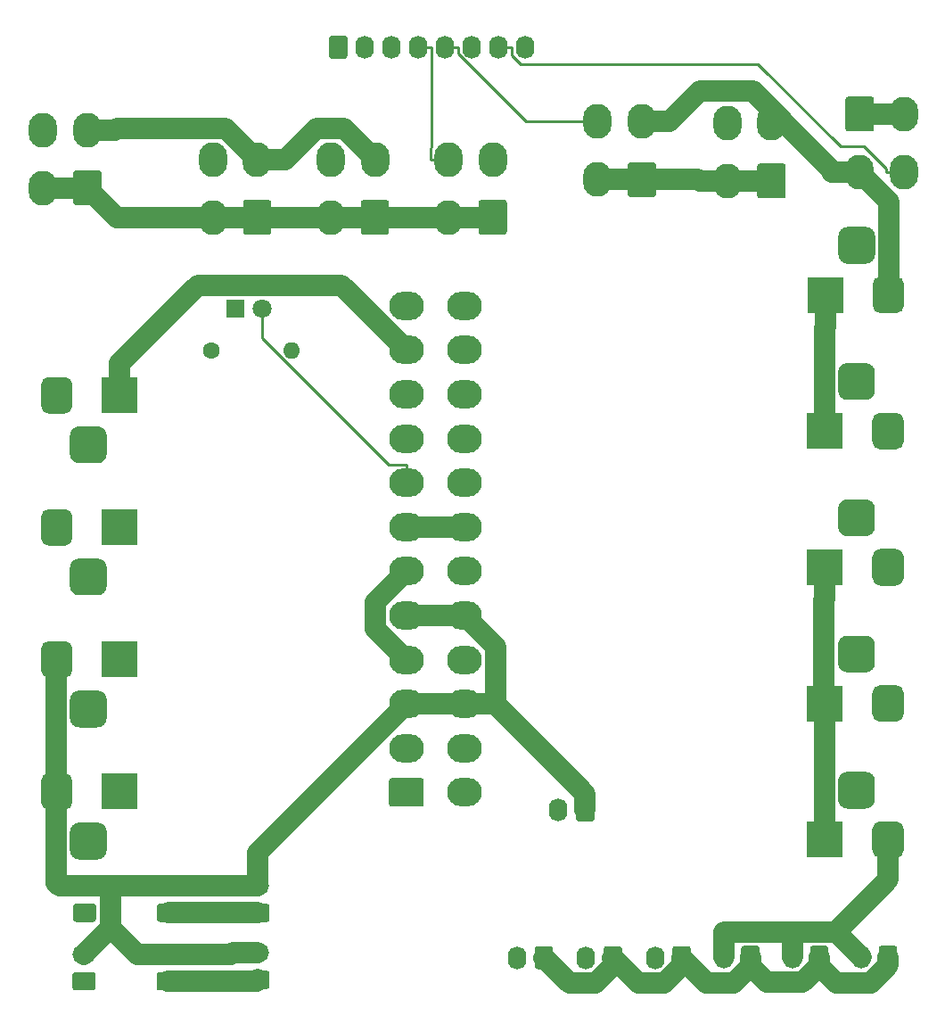
<source format=gbr>
%TF.GenerationSoftware,KiCad,Pcbnew,(5.1.9-0-10_14)*%
%TF.CreationDate,2022-06-30T07:21:25+10:00*%
%TF.ProjectId,Power Distro PCB V2,506f7765-7220-4446-9973-74726f205043,rev?*%
%TF.SameCoordinates,Original*%
%TF.FileFunction,Copper,L1,Top*%
%TF.FilePolarity,Positive*%
%FSLAX46Y46*%
G04 Gerber Fmt 4.6, Leading zero omitted, Abs format (unit mm)*
G04 Created by KiCad (PCBNEW (5.1.9-0-10_14)) date 2022-06-30 07:21:25*
%MOMM*%
%LPD*%
G01*
G04 APERTURE LIST*
%TA.AperFunction,ComponentPad*%
%ADD10O,1.740000X2.190000*%
%TD*%
%TA.AperFunction,ComponentPad*%
%ADD11O,2.190000X1.740000*%
%TD*%
%TA.AperFunction,ComponentPad*%
%ADD12O,2.700000X3.300000*%
%TD*%
%TA.AperFunction,ComponentPad*%
%ADD13O,1.740000X2.200000*%
%TD*%
%TA.AperFunction,ComponentPad*%
%ADD14O,1.600000X1.600000*%
%TD*%
%TA.AperFunction,ComponentPad*%
%ADD15C,1.600000*%
%TD*%
%TA.AperFunction,ComponentPad*%
%ADD16C,1.800000*%
%TD*%
%TA.AperFunction,ComponentPad*%
%ADD17R,1.800000X1.800000*%
%TD*%
%TA.AperFunction,ComponentPad*%
%ADD18R,3.500000X3.500000*%
%TD*%
%TA.AperFunction,ComponentPad*%
%ADD19O,3.300000X2.700000*%
%TD*%
%TA.AperFunction,Conductor*%
%ADD20C,2.000000*%
%TD*%
%TA.AperFunction,Conductor*%
%ADD21C,0.250000*%
%TD*%
G04 APERTURE END LIST*
D10*
%TO.P,J9,2*%
%TO.N,/LEDGND*%
X51760000Y-90017600D03*
%TO.P,J9,1*%
%TO.N,/LED5V1*%
%TA.AperFunction,ComponentPad*%
G36*
G01*
X55170000Y-89172599D02*
X55170000Y-90862601D01*
G75*
G02*
X54920001Y-91112600I-249999J0D01*
G01*
X53679999Y-91112600D01*
G75*
G02*
X53430000Y-90862601I0J249999D01*
G01*
X53430000Y-89172599D01*
G75*
G02*
X53679999Y-88922600I249999J0D01*
G01*
X54920001Y-88922600D01*
G75*
G02*
X55170000Y-89172599I0J-249999D01*
G01*
G37*
%TD.AperFunction*%
%TD*%
%TO.P,J8,2*%
%TO.N,/LEDGND*%
X58293900Y-90017600D03*
%TO.P,J8,1*%
%TO.N,/LED5V1*%
%TA.AperFunction,ComponentPad*%
G36*
G01*
X61703900Y-89172599D02*
X61703900Y-90862601D01*
G75*
G02*
X61453901Y-91112600I-249999J0D01*
G01*
X60213899Y-91112600D01*
G75*
G02*
X59963900Y-90862601I0J249999D01*
G01*
X59963900Y-89172599D01*
G75*
G02*
X60213899Y-88922600I249999J0D01*
G01*
X61453901Y-88922600D01*
G75*
G02*
X61703900Y-89172599I0J-249999D01*
G01*
G37*
%TD.AperFunction*%
%TD*%
D11*
%TO.P,J11,2*%
%TO.N,/LEDGND*%
X27140000Y-89570000D03*
%TO.P,J11,1*%
%TO.N,/12VSOCKETS+*%
%TA.AperFunction,ComponentPad*%
G36*
G01*
X27985001Y-92980000D02*
X26294999Y-92980000D01*
G75*
G02*
X26045000Y-92730001I0J249999D01*
G01*
X26045000Y-91489999D01*
G75*
G02*
X26294999Y-91240000I249999J0D01*
G01*
X27985001Y-91240000D01*
G75*
G02*
X28235000Y-91489999I0J-249999D01*
G01*
X28235000Y-92730001D01*
G75*
G02*
X27985001Y-92980000I-249999J0D01*
G01*
G37*
%TD.AperFunction*%
%TD*%
%TO.P,J10,2*%
%TO.N,/LEDGND*%
X27140000Y-83220000D03*
%TO.P,J10,1*%
%TO.N,/12VSOCKETS+*%
%TA.AperFunction,ComponentPad*%
G36*
G01*
X27985001Y-86630000D02*
X26294999Y-86630000D01*
G75*
G02*
X26045000Y-86380001I0J249999D01*
G01*
X26045000Y-85139999D01*
G75*
G02*
X26294999Y-84890000I249999J0D01*
G01*
X27985001Y-84890000D01*
G75*
G02*
X28235000Y-85139999I0J-249999D01*
G01*
X28235000Y-86380001D01*
G75*
G02*
X27985001Y-86630000I-249999J0D01*
G01*
G37*
%TD.AperFunction*%
%TD*%
D12*
%TO.P,J35,4*%
%TO.N,/LEDDATA7*%
X88490000Y-15441000D03*
%TO.P,J35,3*%
%TO.N,/LEDGND*%
X84290000Y-15441000D03*
%TO.P,J35,2*%
%TO.N,/LED5V1*%
X88490000Y-9941000D03*
%TO.P,J35,1*%
%TA.AperFunction,ComponentPad*%
G36*
G01*
X82940000Y-11340999D02*
X82940000Y-8541001D01*
G75*
G02*
X83190001Y-8291000I250001J0D01*
G01*
X85389999Y-8291000D01*
G75*
G02*
X85640000Y-8541001I0J-250001D01*
G01*
X85640000Y-11340999D01*
G75*
G02*
X85389999Y-11591000I-250001J0D01*
G01*
X83190001Y-11591000D01*
G75*
G02*
X82940000Y-11340999I0J250001D01*
G01*
G37*
%TD.AperFunction*%
%TD*%
D13*
%TO.P,J7,8*%
%TO.N,/LEDGND*%
X52540000Y-3591000D03*
%TO.P,J7,7*%
%TO.N,/LEDDATA7*%
X50000000Y-3591000D03*
%TO.P,J7,6*%
%TO.N,/LEDDATA6*%
X47460000Y-3591000D03*
%TO.P,J7,5*%
%TO.N,/LEDDATA5*%
X44920000Y-3591000D03*
%TO.P,J7,4*%
%TO.N,/LEDDATA4*%
X42380000Y-3591000D03*
%TO.P,J7,3*%
%TO.N,/LEDDATA3*%
X39840000Y-3591000D03*
%TO.P,J7,2*%
%TO.N,/LEDDATA2*%
X37300000Y-3591000D03*
%TO.P,J7,1*%
%TO.N,/LEDDATA1*%
%TA.AperFunction,ComponentPad*%
G36*
G01*
X33890000Y-4441001D02*
X33890000Y-2740999D01*
G75*
G02*
X34139999Y-2491000I249999J0D01*
G01*
X35380001Y-2491000D01*
G75*
G02*
X35630000Y-2740999I0J-249999D01*
G01*
X35630000Y-4441001D01*
G75*
G02*
X35380001Y-4691000I-249999J0D01*
G01*
X34139999Y-4691000D01*
G75*
G02*
X33890000Y-4441001I0J249999D01*
G01*
G37*
%TD.AperFunction*%
%TD*%
D12*
%TO.P,J2,4*%
%TO.N,/LEDDATA2*%
X22860000Y-14234000D03*
%TO.P,J2,3*%
%TO.N,/LEDGND*%
X27060000Y-14234000D03*
%TO.P,J2,2*%
%TO.N,/LED5V1*%
X22860000Y-19734000D03*
%TO.P,J2,1*%
%TA.AperFunction,ComponentPad*%
G36*
G01*
X28410000Y-18334001D02*
X28410000Y-21133999D01*
G75*
G02*
X28159999Y-21384000I-250001J0D01*
G01*
X25960001Y-21384000D01*
G75*
G02*
X25710000Y-21133999I0J250001D01*
G01*
X25710000Y-18334001D01*
G75*
G02*
X25960001Y-18084000I250001J0D01*
G01*
X28159999Y-18084000D01*
G75*
G02*
X28410000Y-18334001I0J-250001D01*
G01*
G37*
%TD.AperFunction*%
%TD*%
%TO.P,J1,1*%
%TO.N,/LED5V1*%
%TA.AperFunction,ComponentPad*%
G36*
G01*
X12277000Y-15540001D02*
X12277000Y-18339999D01*
G75*
G02*
X12026999Y-18590000I-250001J0D01*
G01*
X9827001Y-18590000D01*
G75*
G02*
X9577000Y-18339999I0J250001D01*
G01*
X9577000Y-15540001D01*
G75*
G02*
X9827001Y-15290000I250001J0D01*
G01*
X12026999Y-15290000D01*
G75*
G02*
X12277000Y-15540001I0J-250001D01*
G01*
G37*
%TD.AperFunction*%
%TO.P,J1,2*%
X6727000Y-16940000D03*
%TO.P,J1,3*%
%TO.N,/LEDGND*%
X10927000Y-11440000D03*
%TO.P,J1,4*%
%TO.N,/LEDDATA1*%
X6727000Y-11440000D03*
%TD*%
%TO.P,J6,1*%
%TO.N,/LED5V1*%
%TA.AperFunction,ComponentPad*%
G36*
G01*
X77258000Y-14891001D02*
X77258000Y-17690999D01*
G75*
G02*
X77007999Y-17941000I-250001J0D01*
G01*
X74808001Y-17941000D01*
G75*
G02*
X74558000Y-17690999I0J250001D01*
G01*
X74558000Y-14891001D01*
G75*
G02*
X74808001Y-14641000I250001J0D01*
G01*
X77007999Y-14641000D01*
G75*
G02*
X77258000Y-14891001I0J-250001D01*
G01*
G37*
%TD.AperFunction*%
%TO.P,J6,2*%
X71708000Y-16291000D03*
%TO.P,J6,3*%
%TO.N,/LEDGND*%
X75908000Y-10791000D03*
%TO.P,J6,4*%
%TO.N,/LEDDATA6*%
X71708000Y-10791000D03*
%TD*%
%TO.P,J5,1*%
%TO.N,/LED5V1*%
%TA.AperFunction,ComponentPad*%
G36*
G01*
X64939000Y-14764001D02*
X64939000Y-17563999D01*
G75*
G02*
X64688999Y-17814000I-250001J0D01*
G01*
X62489001Y-17814000D01*
G75*
G02*
X62239000Y-17563999I0J250001D01*
G01*
X62239000Y-14764001D01*
G75*
G02*
X62489001Y-14514000I250001J0D01*
G01*
X64688999Y-14514000D01*
G75*
G02*
X64939000Y-14764001I0J-250001D01*
G01*
G37*
%TD.AperFunction*%
%TO.P,J5,2*%
X59389000Y-16164000D03*
%TO.P,J5,3*%
%TO.N,/LEDGND*%
X63589000Y-10664000D03*
%TO.P,J5,4*%
%TO.N,/LEDDATA5*%
X59389000Y-10664000D03*
%TD*%
%TO.P,J4,1*%
%TO.N,/LED5V1*%
%TA.AperFunction,ComponentPad*%
G36*
G01*
X50770000Y-18334001D02*
X50770000Y-21133999D01*
G75*
G02*
X50519999Y-21384000I-250001J0D01*
G01*
X48320001Y-21384000D01*
G75*
G02*
X48070000Y-21133999I0J250001D01*
G01*
X48070000Y-18334001D01*
G75*
G02*
X48320001Y-18084000I250001J0D01*
G01*
X50519999Y-18084000D01*
G75*
G02*
X50770000Y-18334001I0J-250001D01*
G01*
G37*
%TD.AperFunction*%
%TO.P,J4,2*%
X45220000Y-19734000D03*
%TO.P,J4,3*%
%TO.N,/LEDGND*%
X49420000Y-14234000D03*
%TO.P,J4,4*%
%TO.N,/LEDDATA4*%
X45220000Y-14234000D03*
%TD*%
%TO.P,J3,1*%
%TO.N,/LED5V1*%
%TA.AperFunction,ComponentPad*%
G36*
G01*
X39590000Y-18334001D02*
X39590000Y-21133999D01*
G75*
G02*
X39339999Y-21384000I-250001J0D01*
G01*
X37140001Y-21384000D01*
G75*
G02*
X36890000Y-21133999I0J250001D01*
G01*
X36890000Y-18334001D01*
G75*
G02*
X37140001Y-18084000I250001J0D01*
G01*
X39339999Y-18084000D01*
G75*
G02*
X39590000Y-18334001I0J-250001D01*
G01*
G37*
%TD.AperFunction*%
%TO.P,J3,2*%
X34040000Y-19734000D03*
%TO.P,J3,3*%
%TO.N,/LEDGND*%
X38240000Y-14234000D03*
%TO.P,J3,4*%
%TO.N,/LEDDATA3*%
X34040000Y-14234000D03*
%TD*%
D14*
%TO.P,R1,2*%
%TO.N,Net-(D1-Pad1)*%
X30301000Y-32394000D03*
D15*
%TO.P,R1,1*%
%TO.N,/LEDGND*%
X22681000Y-32394000D03*
%TD*%
D16*
%TO.P,D1,2*%
%TO.N,/PWRGOOD*%
X27501000Y-28394000D03*
D17*
%TO.P,D1,1*%
%TO.N,Net-(D1-Pad1)*%
X24961000Y-28394000D03*
%TD*%
%TO.P,J23,3*%
%TO.N,N/C*%
%TA.AperFunction,ComponentPad*%
G36*
G01*
X9273600Y-54746600D02*
X9273600Y-52996600D01*
G75*
G02*
X10148600Y-52121600I875000J0D01*
G01*
X11898600Y-52121600D01*
G75*
G02*
X12773600Y-52996600I0J-875000D01*
G01*
X12773600Y-54746600D01*
G75*
G02*
X11898600Y-55621600I-875000J0D01*
G01*
X10148600Y-55621600D01*
G75*
G02*
X9273600Y-54746600I0J875000D01*
G01*
G37*
%TD.AperFunction*%
%TO.P,J23,2*%
%TO.N,/LEDGND*%
%TA.AperFunction,ComponentPad*%
G36*
G01*
X6523600Y-50171600D02*
X6523600Y-48171600D01*
G75*
G02*
X7273600Y-47421600I750000J0D01*
G01*
X8773600Y-47421600D01*
G75*
G02*
X9523600Y-48171600I0J-750000D01*
G01*
X9523600Y-50171600D01*
G75*
G02*
X8773600Y-50921600I-750000J0D01*
G01*
X7273600Y-50921600D01*
G75*
G02*
X6523600Y-50171600I0J750000D01*
G01*
G37*
%TD.AperFunction*%
D18*
%TO.P,J23,1*%
%TO.N,/12VSOCKETS+*%
X14023600Y-49171600D03*
%TD*%
%TO.P,J25,3*%
%TO.N,N/C*%
%TA.AperFunction,ComponentPad*%
G36*
G01*
X9273600Y-79818200D02*
X9273600Y-78068200D01*
G75*
G02*
X10148600Y-77193200I875000J0D01*
G01*
X11898600Y-77193200D01*
G75*
G02*
X12773600Y-78068200I0J-875000D01*
G01*
X12773600Y-79818200D01*
G75*
G02*
X11898600Y-80693200I-875000J0D01*
G01*
X10148600Y-80693200D01*
G75*
G02*
X9273600Y-79818200I0J875000D01*
G01*
G37*
%TD.AperFunction*%
%TO.P,J25,2*%
%TO.N,/LEDGND*%
%TA.AperFunction,ComponentPad*%
G36*
G01*
X6523600Y-75243200D02*
X6523600Y-73243200D01*
G75*
G02*
X7273600Y-72493200I750000J0D01*
G01*
X8773600Y-72493200D01*
G75*
G02*
X9523600Y-73243200I0J-750000D01*
G01*
X9523600Y-75243200D01*
G75*
G02*
X8773600Y-75993200I-750000J0D01*
G01*
X7273600Y-75993200D01*
G75*
G02*
X6523600Y-75243200I0J750000D01*
G01*
G37*
%TD.AperFunction*%
%TO.P,J25,1*%
%TO.N,/12VSOCKETS+*%
X14023600Y-74243200D03*
%TD*%
%TO.P,J24,3*%
%TO.N,N/C*%
%TA.AperFunction,ComponentPad*%
G36*
G01*
X9273600Y-67282400D02*
X9273600Y-65532400D01*
G75*
G02*
X10148600Y-64657400I875000J0D01*
G01*
X11898600Y-64657400D01*
G75*
G02*
X12773600Y-65532400I0J-875000D01*
G01*
X12773600Y-67282400D01*
G75*
G02*
X11898600Y-68157400I-875000J0D01*
G01*
X10148600Y-68157400D01*
G75*
G02*
X9273600Y-67282400I0J875000D01*
G01*
G37*
%TD.AperFunction*%
%TO.P,J24,2*%
%TO.N,/LEDGND*%
%TA.AperFunction,ComponentPad*%
G36*
G01*
X6523600Y-62707400D02*
X6523600Y-60707400D01*
G75*
G02*
X7273600Y-59957400I750000J0D01*
G01*
X8773600Y-59957400D01*
G75*
G02*
X9523600Y-60707400I0J-750000D01*
G01*
X9523600Y-62707400D01*
G75*
G02*
X8773600Y-63457400I-750000J0D01*
G01*
X7273600Y-63457400D01*
G75*
G02*
X6523600Y-62707400I0J750000D01*
G01*
G37*
%TD.AperFunction*%
%TO.P,J24,1*%
%TO.N,/12VSOCKETS+*%
X14023600Y-61707400D03*
%TD*%
%TO.P,J22,3*%
%TO.N,N/C*%
%TA.AperFunction,ComponentPad*%
G36*
G01*
X9273600Y-42210800D02*
X9273600Y-40460800D01*
G75*
G02*
X10148600Y-39585800I875000J0D01*
G01*
X11898600Y-39585800D01*
G75*
G02*
X12773600Y-40460800I0J-875000D01*
G01*
X12773600Y-42210800D01*
G75*
G02*
X11898600Y-43085800I-875000J0D01*
G01*
X10148600Y-43085800D01*
G75*
G02*
X9273600Y-42210800I0J875000D01*
G01*
G37*
%TD.AperFunction*%
%TO.P,J22,2*%
%TO.N,/LEDGND*%
%TA.AperFunction,ComponentPad*%
G36*
G01*
X6523600Y-37635800D02*
X6523600Y-35635800D01*
G75*
G02*
X7273600Y-34885800I750000J0D01*
G01*
X8773600Y-34885800D01*
G75*
G02*
X9523600Y-35635800I0J-750000D01*
G01*
X9523600Y-37635800D01*
G75*
G02*
X8773600Y-38385800I-750000J0D01*
G01*
X7273600Y-38385800D01*
G75*
G02*
X6523600Y-37635800I0J750000D01*
G01*
G37*
%TD.AperFunction*%
%TO.P,J22,1*%
%TO.N,/12VSOCKETS+*%
X14023600Y-36635800D03*
%TD*%
%TO.P,J20,3*%
%TO.N,N/C*%
%TA.AperFunction,ComponentPad*%
G36*
G01*
X85725200Y-73240200D02*
X85725200Y-74990200D01*
G75*
G02*
X84850200Y-75865200I-875000J0D01*
G01*
X83100200Y-75865200D01*
G75*
G02*
X82225200Y-74990200I0J875000D01*
G01*
X82225200Y-73240200D01*
G75*
G02*
X83100200Y-72365200I875000J0D01*
G01*
X84850200Y-72365200D01*
G75*
G02*
X85725200Y-73240200I0J-875000D01*
G01*
G37*
%TD.AperFunction*%
%TO.P,J20,2*%
%TO.N,/LEDGND*%
%TA.AperFunction,ComponentPad*%
G36*
G01*
X88475200Y-77815200D02*
X88475200Y-79815200D01*
G75*
G02*
X87725200Y-80565200I-750000J0D01*
G01*
X86225200Y-80565200D01*
G75*
G02*
X85475200Y-79815200I0J750000D01*
G01*
X85475200Y-77815200D01*
G75*
G02*
X86225200Y-77065200I750000J0D01*
G01*
X87725200Y-77065200D01*
G75*
G02*
X88475200Y-77815200I0J-750000D01*
G01*
G37*
%TD.AperFunction*%
%TO.P,J20,1*%
%TO.N,/LED5V1*%
X80975200Y-78815200D03*
%TD*%
%TO.P,J19,3*%
%TO.N,N/C*%
%TA.AperFunction,ComponentPad*%
G36*
G01*
X85725200Y-60311400D02*
X85725200Y-62061400D01*
G75*
G02*
X84850200Y-62936400I-875000J0D01*
G01*
X83100200Y-62936400D01*
G75*
G02*
X82225200Y-62061400I0J875000D01*
G01*
X82225200Y-60311400D01*
G75*
G02*
X83100200Y-59436400I875000J0D01*
G01*
X84850200Y-59436400D01*
G75*
G02*
X85725200Y-60311400I0J-875000D01*
G01*
G37*
%TD.AperFunction*%
%TO.P,J19,2*%
%TO.N,/LEDGND*%
%TA.AperFunction,ComponentPad*%
G36*
G01*
X88475200Y-64886400D02*
X88475200Y-66886400D01*
G75*
G02*
X87725200Y-67636400I-750000J0D01*
G01*
X86225200Y-67636400D01*
G75*
G02*
X85475200Y-66886400I0J750000D01*
G01*
X85475200Y-64886400D01*
G75*
G02*
X86225200Y-64136400I750000J0D01*
G01*
X87725200Y-64136400D01*
G75*
G02*
X88475200Y-64886400I0J-750000D01*
G01*
G37*
%TD.AperFunction*%
%TO.P,J19,1*%
%TO.N,/LED5V1*%
X80975200Y-65886400D03*
%TD*%
%TO.P,J18,3*%
%TO.N,N/C*%
%TA.AperFunction,ComponentPad*%
G36*
G01*
X85725200Y-47382600D02*
X85725200Y-49132600D01*
G75*
G02*
X84850200Y-50007600I-875000J0D01*
G01*
X83100200Y-50007600D01*
G75*
G02*
X82225200Y-49132600I0J875000D01*
G01*
X82225200Y-47382600D01*
G75*
G02*
X83100200Y-46507600I875000J0D01*
G01*
X84850200Y-46507600D01*
G75*
G02*
X85725200Y-47382600I0J-875000D01*
G01*
G37*
%TD.AperFunction*%
%TO.P,J18,2*%
%TO.N,/LEDGND*%
%TA.AperFunction,ComponentPad*%
G36*
G01*
X88475200Y-51957600D02*
X88475200Y-53957600D01*
G75*
G02*
X87725200Y-54707600I-750000J0D01*
G01*
X86225200Y-54707600D01*
G75*
G02*
X85475200Y-53957600I0J750000D01*
G01*
X85475200Y-51957600D01*
G75*
G02*
X86225200Y-51207600I750000J0D01*
G01*
X87725200Y-51207600D01*
G75*
G02*
X88475200Y-51957600I0J-750000D01*
G01*
G37*
%TD.AperFunction*%
%TO.P,J18,1*%
%TO.N,/LED5V1*%
X80975200Y-52957600D03*
%TD*%
%TO.P,J17,3*%
%TO.N,N/C*%
%TA.AperFunction,ComponentPad*%
G36*
G01*
X85725200Y-34453800D02*
X85725200Y-36203800D01*
G75*
G02*
X84850200Y-37078800I-875000J0D01*
G01*
X83100200Y-37078800D01*
G75*
G02*
X82225200Y-36203800I0J875000D01*
G01*
X82225200Y-34453800D01*
G75*
G02*
X83100200Y-33578800I875000J0D01*
G01*
X84850200Y-33578800D01*
G75*
G02*
X85725200Y-34453800I0J-875000D01*
G01*
G37*
%TD.AperFunction*%
%TO.P,J17,2*%
%TO.N,/LEDGND*%
%TA.AperFunction,ComponentPad*%
G36*
G01*
X88475200Y-39028800D02*
X88475200Y-41028800D01*
G75*
G02*
X87725200Y-41778800I-750000J0D01*
G01*
X86225200Y-41778800D01*
G75*
G02*
X85475200Y-41028800I0J750000D01*
G01*
X85475200Y-39028800D01*
G75*
G02*
X86225200Y-38278800I750000J0D01*
G01*
X87725200Y-38278800D01*
G75*
G02*
X88475200Y-39028800I0J-750000D01*
G01*
G37*
%TD.AperFunction*%
%TO.P,J17,1*%
%TO.N,/LED5V1*%
X80975200Y-40028800D03*
%TD*%
%TO.P,J16,3*%
%TO.N,N/C*%
%TA.AperFunction,ComponentPad*%
G36*
G01*
X85750000Y-21525000D02*
X85750000Y-23275000D01*
G75*
G02*
X84875000Y-24150000I-875000J0D01*
G01*
X83125000Y-24150000D01*
G75*
G02*
X82250000Y-23275000I0J875000D01*
G01*
X82250000Y-21525000D01*
G75*
G02*
X83125000Y-20650000I875000J0D01*
G01*
X84875000Y-20650000D01*
G75*
G02*
X85750000Y-21525000I0J-875000D01*
G01*
G37*
%TD.AperFunction*%
%TO.P,J16,2*%
%TO.N,/LEDGND*%
%TA.AperFunction,ComponentPad*%
G36*
G01*
X88500000Y-26100000D02*
X88500000Y-28100000D01*
G75*
G02*
X87750000Y-28850000I-750000J0D01*
G01*
X86250000Y-28850000D01*
G75*
G02*
X85500000Y-28100000I0J750000D01*
G01*
X85500000Y-26100000D01*
G75*
G02*
X86250000Y-25350000I750000J0D01*
G01*
X87750000Y-25350000D01*
G75*
G02*
X88500000Y-26100000I0J-750000D01*
G01*
G37*
%TD.AperFunction*%
%TO.P,J16,1*%
%TO.N,/LED5V1*%
X81000000Y-27100000D03*
%TD*%
D10*
%TO.P,J32,2*%
%TO.N,/PSUSW*%
X55676800Y-75996800D03*
%TO.P,J32,1*%
%TO.N,/LEDGND*%
%TA.AperFunction,ComponentPad*%
G36*
G01*
X59086800Y-75151799D02*
X59086800Y-76841801D01*
G75*
G02*
X58836801Y-77091800I-249999J0D01*
G01*
X57596799Y-77091800D01*
G75*
G02*
X57346800Y-76841801I0J249999D01*
G01*
X57346800Y-75151799D01*
G75*
G02*
X57596799Y-74901800I249999J0D01*
G01*
X58836801Y-74901800D01*
G75*
G02*
X59086800Y-75151799I0J-249999D01*
G01*
G37*
%TD.AperFunction*%
%TD*%
D11*
%TO.P,J31,2*%
%TO.N,/LEDGND*%
X10617200Y-89712800D03*
%TO.P,J31,1*%
%TO.N,/12VSOCKETS+*%
%TA.AperFunction,ComponentPad*%
G36*
G01*
X11462201Y-93122800D02*
X9772199Y-93122800D01*
G75*
G02*
X9522200Y-92872801I0J249999D01*
G01*
X9522200Y-91632799D01*
G75*
G02*
X9772199Y-91382800I249999J0D01*
G01*
X11462201Y-91382800D01*
G75*
G02*
X11712200Y-91632799I0J-249999D01*
G01*
X11712200Y-92872801D01*
G75*
G02*
X11462201Y-93122800I-249999J0D01*
G01*
G37*
%TD.AperFunction*%
%TD*%
%TO.P,J30,2*%
%TO.N,/LEDGND*%
X10668000Y-83210400D03*
%TO.P,J30,1*%
%TO.N,/12VSOCKETS+*%
%TA.AperFunction,ComponentPad*%
G36*
G01*
X11513001Y-86620400D02*
X9822999Y-86620400D01*
G75*
G02*
X9573000Y-86370401I0J249999D01*
G01*
X9573000Y-85130399D01*
G75*
G02*
X9822999Y-84880400I249999J0D01*
G01*
X11513001Y-84880400D01*
G75*
G02*
X11763000Y-85130399I0J-249999D01*
G01*
X11763000Y-86370401D01*
G75*
G02*
X11513001Y-86620400I-249999J0D01*
G01*
G37*
%TD.AperFunction*%
%TD*%
%TO.P,J29,2*%
%TO.N,/LEDGND*%
X18592800Y-89712800D03*
%TO.P,J29,1*%
%TO.N,/12VSOCKETS+*%
%TA.AperFunction,ComponentPad*%
G36*
G01*
X19437801Y-93122800D02*
X17747799Y-93122800D01*
G75*
G02*
X17497800Y-92872801I0J249999D01*
G01*
X17497800Y-91632799D01*
G75*
G02*
X17747799Y-91382800I249999J0D01*
G01*
X19437801Y-91382800D01*
G75*
G02*
X19687800Y-91632799I0J-249999D01*
G01*
X19687800Y-92872801D01*
G75*
G02*
X19437801Y-93122800I-249999J0D01*
G01*
G37*
%TD.AperFunction*%
%TD*%
%TO.P,J28,2*%
%TO.N,/LEDGND*%
X18643600Y-83210400D03*
%TO.P,J28,1*%
%TO.N,/12VSOCKETS+*%
%TA.AperFunction,ComponentPad*%
G36*
G01*
X19488601Y-86620400D02*
X17798599Y-86620400D01*
G75*
G02*
X17548600Y-86370401I0J249999D01*
G01*
X17548600Y-85130399D01*
G75*
G02*
X17798599Y-84880400I249999J0D01*
G01*
X19488601Y-84880400D01*
G75*
G02*
X19738600Y-85130399I0J-249999D01*
G01*
X19738600Y-86370401D01*
G75*
G02*
X19488601Y-86620400I-249999J0D01*
G01*
G37*
%TD.AperFunction*%
%TD*%
D10*
%TO.P,J15,2*%
%TO.N,/LEDGND*%
X84429600Y-89966800D03*
%TO.P,J15,1*%
%TO.N,/LED5V1*%
%TA.AperFunction,ComponentPad*%
G36*
G01*
X87839600Y-89121799D02*
X87839600Y-90811801D01*
G75*
G02*
X87589601Y-91061800I-249999J0D01*
G01*
X86349599Y-91061800D01*
G75*
G02*
X86099600Y-90811801I0J249999D01*
G01*
X86099600Y-89121799D01*
G75*
G02*
X86349599Y-88871800I249999J0D01*
G01*
X87589601Y-88871800D01*
G75*
G02*
X87839600Y-89121799I0J-249999D01*
G01*
G37*
%TD.AperFunction*%
%TD*%
%TO.P,J14,2*%
%TO.N,/LEDGND*%
X77895700Y-89966800D03*
%TO.P,J14,1*%
%TO.N,/LED5V1*%
%TA.AperFunction,ComponentPad*%
G36*
G01*
X81305700Y-89121799D02*
X81305700Y-90811801D01*
G75*
G02*
X81055701Y-91061800I-249999J0D01*
G01*
X79815699Y-91061800D01*
G75*
G02*
X79565700Y-90811801I0J249999D01*
G01*
X79565700Y-89121799D01*
G75*
G02*
X79815699Y-88871800I249999J0D01*
G01*
X81055701Y-88871800D01*
G75*
G02*
X81305700Y-89121799I0J-249999D01*
G01*
G37*
%TD.AperFunction*%
%TD*%
%TO.P,J13,2*%
%TO.N,/LEDGND*%
X71361800Y-89966800D03*
%TO.P,J13,1*%
%TO.N,/LED5V1*%
%TA.AperFunction,ComponentPad*%
G36*
G01*
X74771800Y-89121799D02*
X74771800Y-90811801D01*
G75*
G02*
X74521801Y-91061800I-249999J0D01*
G01*
X73281799Y-91061800D01*
G75*
G02*
X73031800Y-90811801I0J249999D01*
G01*
X73031800Y-89121799D01*
G75*
G02*
X73281799Y-88871800I249999J0D01*
G01*
X74521801Y-88871800D01*
G75*
G02*
X74771800Y-89121799I0J-249999D01*
G01*
G37*
%TD.AperFunction*%
%TD*%
%TO.P,J12,2*%
%TO.N,/LEDGND*%
X64827800Y-90017600D03*
%TO.P,J12,1*%
%TO.N,/LED5V1*%
%TA.AperFunction,ComponentPad*%
G36*
G01*
X68237800Y-89172599D02*
X68237800Y-90862601D01*
G75*
G02*
X67987801Y-91112600I-249999J0D01*
G01*
X66747799Y-91112600D01*
G75*
G02*
X66497800Y-90862601I0J249999D01*
G01*
X66497800Y-89172599D01*
G75*
G02*
X66747799Y-88922600I249999J0D01*
G01*
X67987801Y-88922600D01*
G75*
G02*
X68237800Y-89172599I0J-249999D01*
G01*
G37*
%TD.AperFunction*%
%TD*%
D19*
%TO.P,J27,24*%
%TO.N,/LEDGND*%
X46737000Y-28130000D03*
%TO.P,J27,23*%
%TO.N,/LED5V1*%
X46737000Y-32330000D03*
%TO.P,J27,22*%
X46737000Y-36530000D03*
%TO.P,J27,21*%
X46737000Y-40730000D03*
%TO.P,J27,20*%
%TO.N,Net-(J27-Pad20)*%
X46737000Y-44930000D03*
%TO.P,J27,19*%
%TO.N,/LEDGND*%
X46737000Y-49130000D03*
%TO.P,J27,18*%
X46737000Y-53330000D03*
%TO.P,J27,17*%
X46737000Y-57530000D03*
%TO.P,J27,16*%
%TO.N,/PSUSW*%
X46737000Y-61730000D03*
%TO.P,J27,15*%
%TO.N,/LEDGND*%
X46737000Y-65930000D03*
%TO.P,J27,14*%
%TO.N,Net-(J27-Pad14)*%
X46737000Y-70130000D03*
%TO.P,J27,13*%
%TO.N,Net-(J27-Pad13)*%
X46737000Y-74330000D03*
%TO.P,J27,12*%
%TO.N,Net-(J27-Pad12)*%
X41237000Y-28130000D03*
%TO.P,J27,11*%
%TO.N,/12VSOCKETS+*%
X41237000Y-32330000D03*
%TO.P,J27,10*%
X41237000Y-36530000D03*
%TO.P,J27,9*%
%TO.N,Net-(J27-Pad9)*%
X41237000Y-40730000D03*
%TO.P,J27,8*%
%TO.N,/PWRGOOD*%
X41237000Y-44930000D03*
%TO.P,J27,7*%
%TO.N,/LEDGND*%
X41237000Y-49130000D03*
%TO.P,J27,6*%
%TO.N,/LED5V1*%
X41237000Y-53330000D03*
%TO.P,J27,5*%
%TO.N,/LEDGND*%
X41237000Y-57530000D03*
%TO.P,J27,4*%
%TO.N,/LED5V1*%
X41237000Y-61730000D03*
%TO.P,J27,3*%
%TO.N,/LEDGND*%
X41237000Y-65930000D03*
%TO.P,J27,2*%
%TO.N,Net-(J27-Pad2)*%
X41237000Y-70130000D03*
%TO.P,J27,1*%
%TO.N,Net-(J27-Pad1)*%
%TA.AperFunction,ComponentPad*%
G36*
G01*
X42636999Y-75680000D02*
X39837001Y-75680000D01*
G75*
G02*
X39587000Y-75429999I0J250001D01*
G01*
X39587000Y-73230001D01*
G75*
G02*
X39837001Y-72980000I250001J0D01*
G01*
X42636999Y-72980000D01*
G75*
G02*
X42887000Y-73230001I0J-250001D01*
G01*
X42887000Y-75429999D01*
G75*
G02*
X42636999Y-75680000I-250001J0D01*
G01*
G37*
%TD.AperFunction*%
%TD*%
D20*
%TO.N,/LED5V1*%
X81000000Y-27100000D02*
X81000000Y-30150300D01*
X80975200Y-40028800D02*
X80921500Y-39975100D01*
X80921500Y-39975100D02*
X80921500Y-30228800D01*
X80921500Y-30228800D02*
X81000000Y-30150300D01*
X80975200Y-65886400D02*
X80975200Y-68936700D01*
X80975200Y-78815200D02*
X80921500Y-78761500D01*
X80921500Y-78761500D02*
X80921500Y-68990400D01*
X80921500Y-68990400D02*
X80975200Y-68936700D01*
X80975200Y-52957600D02*
X80975200Y-56007900D01*
X80975200Y-56007900D02*
X80872300Y-56110800D01*
X80872300Y-56110800D02*
X80872300Y-65783500D01*
X80872300Y-65783500D02*
X80975200Y-65886400D01*
X61234600Y-90418300D02*
X60833900Y-90017600D01*
X67761700Y-90411400D02*
X65737200Y-92435900D01*
X65737200Y-92435900D02*
X63252200Y-92435900D01*
X63252200Y-92435900D02*
X61234600Y-90418300D01*
X61234600Y-90418300D02*
X59217000Y-92435900D01*
X59217000Y-92435900D02*
X56718300Y-92435900D01*
X56718300Y-92435900D02*
X54300000Y-90017600D01*
X67761700Y-90411400D02*
X69723500Y-92373300D01*
X69723500Y-92373300D02*
X72323900Y-92373300D01*
X72323900Y-92373300D02*
X73901800Y-90795400D01*
X67367800Y-90017600D02*
X67761700Y-90411400D01*
X10927000Y-16940000D02*
X9377300Y-16940000D01*
X22860000Y-19734000D02*
X13721000Y-19734000D01*
X13721000Y-19734000D02*
X10927000Y-16940000D01*
X6727000Y-16940000D02*
X9377300Y-16940000D01*
X80435700Y-90784700D02*
X78858300Y-92362100D01*
X78858300Y-92362100D02*
X75468500Y-92362100D01*
X75468500Y-92362100D02*
X73901800Y-90795400D01*
X80435700Y-89966800D02*
X80435700Y-90784700D01*
X80435700Y-90784700D02*
X82024500Y-92373500D01*
X82024500Y-92373500D02*
X85350700Y-92373500D01*
X85350700Y-92373500D02*
X86969600Y-90754600D01*
X86969600Y-90754600D02*
X86969600Y-89966800D01*
X73901800Y-90795400D02*
X73901800Y-89966800D01*
X71708000Y-16291000D02*
X69057700Y-16291000D01*
X63589000Y-16164000D02*
X68930700Y-16164000D01*
X68930700Y-16164000D02*
X69057700Y-16291000D01*
X59389000Y-16164000D02*
X63589000Y-16164000D01*
X84290000Y-9941000D02*
X88490000Y-9941000D01*
X27060000Y-19734000D02*
X22860000Y-19734000D01*
X34040000Y-19734000D02*
X27060000Y-19734000D01*
X71708000Y-16291000D02*
X75908000Y-16291000D01*
X38240000Y-19734000D02*
X34040000Y-19734000D01*
X45220000Y-19734000D02*
X49420000Y-19734000D01*
X38240000Y-19734000D02*
X45220000Y-19734000D01*
X41237000Y-61730000D02*
X38285300Y-58778300D01*
X38285300Y-58778300D02*
X38285300Y-56281700D01*
X38285300Y-56281700D02*
X41237000Y-53330000D01*
%TO.N,/12VSOCKETS+*%
X14023600Y-36635800D02*
X14023600Y-33585500D01*
X41237000Y-32330000D02*
X35087700Y-26180700D01*
X35087700Y-26180700D02*
X21428400Y-26180700D01*
X21428400Y-26180700D02*
X14023600Y-33585500D01*
X18592800Y-92252800D02*
X26997200Y-92252800D01*
X26997200Y-92252800D02*
X27140000Y-92110000D01*
X18643600Y-85750400D02*
X18653200Y-85760000D01*
X18653200Y-85760000D02*
X27140000Y-85760000D01*
%TO.N,/LEDGND*%
X27060000Y-14234000D02*
X29710300Y-14234000D01*
X38240000Y-14234000D02*
X35289600Y-11283600D01*
X35289600Y-11283600D02*
X32660700Y-11283600D01*
X32660700Y-11283600D02*
X29710300Y-14234000D01*
X13131000Y-87199000D02*
X10617200Y-89712800D01*
X13131000Y-83210400D02*
X13131000Y-87199000D01*
X18592800Y-89712800D02*
X15644800Y-89712800D01*
X15644800Y-89712800D02*
X13131000Y-87199000D01*
X24744700Y-89570000D02*
X24601900Y-89712800D01*
X24601900Y-89712800D02*
X18592800Y-89712800D01*
X13131000Y-83210400D02*
X13063300Y-83210400D01*
X18643600Y-83210400D02*
X13131000Y-83210400D01*
X27140000Y-83210400D02*
X27140000Y-80027000D01*
X27140000Y-80027000D02*
X41237000Y-65930000D01*
X27140000Y-83220000D02*
X27140000Y-83210400D01*
X27140000Y-83210400D02*
X21038900Y-83210400D01*
X18643600Y-83210400D02*
X21038900Y-83210400D01*
X10668000Y-83210400D02*
X13063300Y-83210400D01*
X87000000Y-27100000D02*
X87053700Y-27046300D01*
X87053700Y-27046300D02*
X87053700Y-18204700D01*
X87053700Y-18204700D02*
X84290000Y-15441000D01*
X82013000Y-87550200D02*
X77895700Y-87550200D01*
X84429600Y-89966800D02*
X82013000Y-87550200D01*
X86975200Y-78815200D02*
X86975200Y-82588000D01*
X86975200Y-82588000D02*
X82013000Y-87550200D01*
X46737000Y-57530000D02*
X44187300Y-57530000D01*
X49687300Y-65930000D02*
X49687300Y-60480300D01*
X49687300Y-60480300D02*
X46737000Y-57530000D01*
X41237000Y-57530000D02*
X44187300Y-57530000D01*
X41237000Y-65930000D02*
X43786700Y-65930000D01*
X46737000Y-65930000D02*
X43786700Y-65930000D01*
X27140000Y-89570000D02*
X24744700Y-89570000D01*
X10927000Y-11440000D02*
X13577300Y-11440000D01*
X13577300Y-11440000D02*
X13748700Y-11268600D01*
X13748700Y-11268600D02*
X24094600Y-11268600D01*
X24094600Y-11268600D02*
X27060000Y-14234000D01*
X10668000Y-83210400D02*
X8272700Y-83210400D01*
X8272700Y-83210400D02*
X7970000Y-82907700D01*
X7970000Y-82907700D02*
X7970000Y-74296800D01*
X7970000Y-74296800D02*
X8023600Y-74243200D01*
X8023600Y-61707400D02*
X7969900Y-61761100D01*
X7969900Y-61761100D02*
X7969900Y-74189500D01*
X7969900Y-74189500D02*
X8023600Y-74243200D01*
X84290000Y-15441000D02*
X81639700Y-15441000D01*
X81639700Y-15441000D02*
X81639700Y-15248000D01*
X81639700Y-15248000D02*
X77182700Y-10791000D01*
X77895700Y-87550200D02*
X71383100Y-87550200D01*
X71383100Y-87550200D02*
X71361800Y-87571500D01*
X77895700Y-87571500D02*
X77895700Y-87550200D01*
X71361800Y-89966800D02*
X71361800Y-87571500D01*
X49112200Y-65930000D02*
X49687300Y-65930000D01*
X46737000Y-65930000D02*
X49112200Y-65930000D01*
X77895700Y-89966800D02*
X77895700Y-87571500D01*
X63589000Y-10664000D02*
X66239300Y-10664000D01*
X77182700Y-10791000D02*
X74177200Y-7785500D01*
X74177200Y-7785500D02*
X69117800Y-7785500D01*
X69117800Y-7785500D02*
X66239300Y-10664000D01*
X75908000Y-10791000D02*
X77182700Y-10791000D01*
X49687300Y-65930000D02*
X58216800Y-74459500D01*
X58216800Y-74459500D02*
X58216800Y-75996800D01*
X41237000Y-49130000D02*
X46737000Y-49130000D01*
D21*
%TO.N,/LEDDATA4*%
X45220000Y-14234000D02*
X43544700Y-14234000D01*
X42380000Y-3591000D02*
X43575300Y-3591000D01*
X43544700Y-14234000D02*
X43544700Y-13136700D01*
X43544700Y-13136700D02*
X43575300Y-13106100D01*
X43575300Y-13106100D02*
X43575300Y-3591000D01*
%TO.N,/LEDDATA5*%
X44920000Y-3591000D02*
X46115300Y-3591000D01*
X59389000Y-10664000D02*
X52590600Y-10664000D01*
X52590600Y-10664000D02*
X46115300Y-4188700D01*
X46115300Y-4188700D02*
X46115300Y-3591000D01*
%TO.N,/PWRGOOD*%
X41237000Y-44930000D02*
X41237000Y-43254700D01*
X41237000Y-43254700D02*
X39561700Y-43254700D01*
X39561700Y-43254700D02*
X27501000Y-31194000D01*
X27501000Y-31194000D02*
X27501000Y-28394000D01*
%TO.N,/LEDDATA7*%
X88490000Y-15441000D02*
X86814700Y-15441000D01*
X50000000Y-3591000D02*
X51195300Y-3591000D01*
X51195300Y-3591000D02*
X51195300Y-4338100D01*
X51195300Y-4338100D02*
X52051900Y-5194700D01*
X52051900Y-5194700D02*
X74620100Y-5194700D01*
X74620100Y-5194700D02*
X82438500Y-13013100D01*
X82438500Y-13013100D02*
X84700900Y-13013100D01*
X84700900Y-13013100D02*
X86814700Y-15126900D01*
X86814700Y-15126900D02*
X86814700Y-15441000D01*
%TD*%
M02*

</source>
